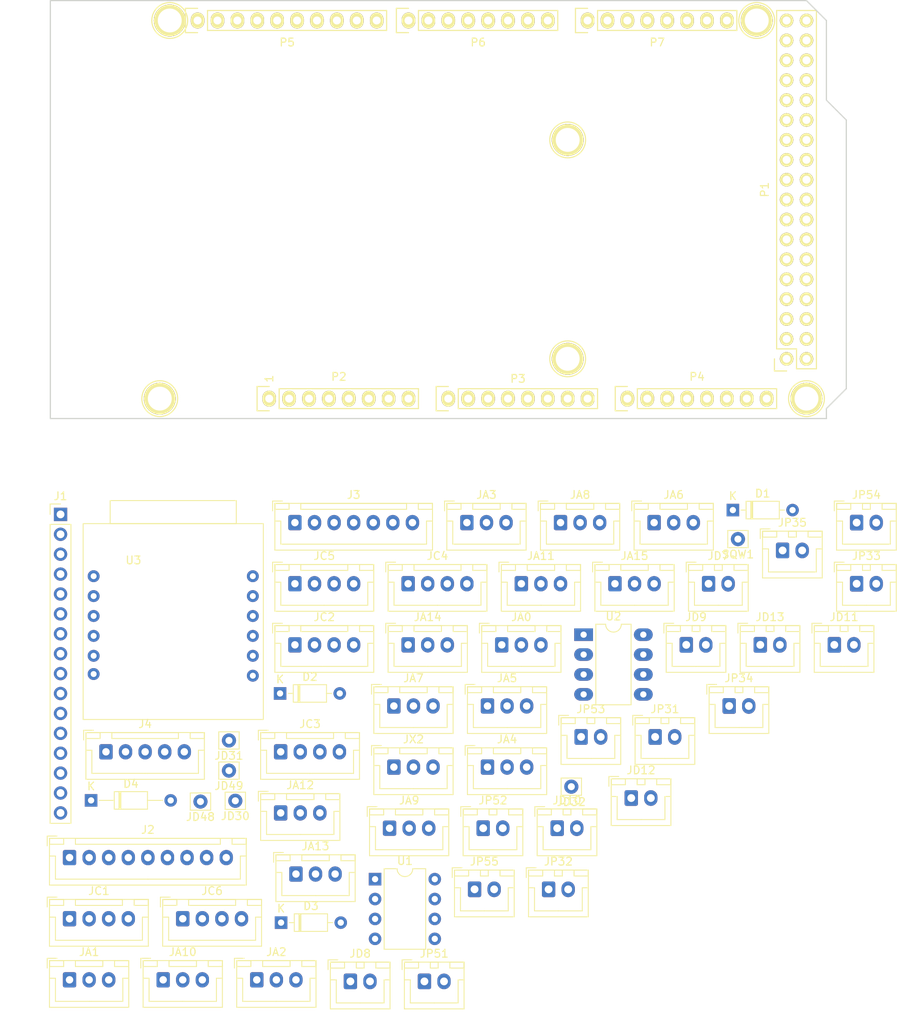
<source format=kicad_pcb>
(kicad_pcb (version 20211014) (generator pcbnew)
  (title_block (date "mar. 31 mars 2015"))
  (layers (0 "F.Cu" signal) (31 "B.Cu" signal) (34 "B.Paste" user) (35 "F.Paste" user) (36 "B.SilkS" user "B.Silkscreen") (37 "F.SilkS" user "F.Silkscreen") (38 "B.Mask" user) (39 "F.Mask" user) (44 "Edge.Cuts" user))
  (net 0 "")
  (net 1 "Net-(D1-Pad2)")
  (net 2 "/52(SCK)")
  (net 3 "/53(SS)")
  (net 4 "/50(MISO)")
  (net 5 "/51(MOSI)")
  (net 6 "/48")
  (net 7 "/49")
  (net 8 "/46")
  (net 9 "/47")
  (net 10 "/44")
  (net 11 "/45")
  (net 12 "/42")
  (net 13 "/43")
  (net 14 "/40")
  (net 15 "/41")
  (net 16 "/38")
  (net 17 "/39")
  (net 18 "/36")
  (net 19 "/37")
  (net 20 "/34")
  (net 21 "/35")
  (net 22 "/32")
  (net 23 "/33")
  (net 24 "/30")
  (net 25 "/31")
  (net 26 "/28")
  (net 27 "/29")
  (net 28 "/26")
  (net 29 "/27")
  (net 30 "/24")
  (net 31 "/25")
  (net 32 "/22")
  (net 33 "/23")
  (net 34 "+5V")
  (net 35 "/IOREF")
  (net 36 "/Reset")
  (net 37 "/Vin")
  (net 38 "/A0")
  (net 39 "/A1")
  (net 40 "/A2")
  (net 41 "/A3")
  (net 42 "/A4")
  (net 43 "/A5")
  (net 44 "/A6")
  (net 45 "/A7")
  (net 46 "/A8")
  (net 47 "/A9")
  (net 48 "/A10")
  (net 49 "/A11")
  (net 50 "/A12")
  (net 51 "/A13")
  (net 52 "/A14")
  (net 53 "/A15")
  (net 54 "Net-(D2-Pad2)")
  (net 55 "Net-(D3-Pad2)")
  (net 56 "/AREF")
  (net 57 "/13(**)")
  (net 58 "/12(**)")
  (net 59 "/11(**)")
  (net 60 "/10(**)")
  (net 61 "/9(**)")
  (net 62 "/8(**)")
  (net 63 "/7(**)")
  (net 64 "/6(**)")
  (net 65 "/5(**)")
  (net 66 "/4(**)")
  (net 67 "/3(**)")
  (net 68 "/2(**)")
  (net 69 "/20(SDA)")
  (net 70 "/21(SCL)")
  (net 71 "Net-(D4-Pad2)")
  (net 72 "SDA")
  (net 73 "/V0")
  (net 74 "SCL")
  (net 78 "+3V3")
  (net 81 "/14(Tx3)")
  (net 82 "/15(Rx3)")
  (net 83 "/16(Tx2)")
  (net 84 "/17(Rx2)")
  (net 85 "/18(Tx1)")
  (net 86 "/19(Rx1)")
  (net 91 "Net-(SQW1-Pad1)")
  (net 92 "Net-(U1-Pad1)")
  (net 93 "Net-(U1-Pad2)")
  (net 94 "Net-(BT1-Pad1)")
  (footprint "Socket_Arduino_Mega:Socket_Strip_Arduino_2x18" (layer "F.Cu") (at 197.358 114.046 90)
    (fp_text reference "P1" (at 21.59 -2.794 90) (layer "F.SilkS"))
    (fp_text value "Digital")
    (pad "1" thru_hole circle locked (at 0 0 90) (size 1.7272 1.7272) (drill 1.016) (layers *.Cu *.Mask "F.SilkS") (net 72 "SDA"))
    (pad "2" thru_hole oval locked (at 0 2.54 90) (size 1.7272 1.7272) (drill 1.016) (layers *.Cu *.Mask "F.SilkS") (net 72 "SDA"))
    (pad "3" thru_hole oval locked (at 2.54 0 90) (size 1.7272 1.7272) (drill 1.016) (layers *.Cu *.Mask "F.SilkS") (net 2 "/52(SCK)"))
    (pad "4" thru_hole oval locked (at 2.54 2.54 90) (size 1.7272 1.7272) (drill 1.016) (layers *.Cu *.Mask "F.SilkS") (net 3 "/53(SS)"))
    (pad "5" thru_hole oval locked (at 5.08 0 90) (size 1.7272 1.7272) (drill 1.016) (layers *.Cu *.Mask "F.SilkS") (net 4 "/50(MISO)"))
    (pad "6" thru_hole oval locked (at 5.08 2.54 90) (size 1.7272 1.7272) (drill 1.016) (layers *.Cu *.Mask "F.SilkS") (net 5 "/51(MOSI)"))
    (pad "7" thru_hole oval locked (at 7.62 0 90) (size 1.7272 1.7272) (drill 1.016) (layers *.Cu *.Mask "F.SilkS") (net 6 "/48"))
    (pad "8" thru_hole oval locked (at 7.62 2.54 90) (size 1.7272 1.7272) (drill 1.016) (layers *.Cu *.Mask "F.SilkS") (net 7 "/49"))
    (pad "9" thru_hole oval locked (at 10.16 0 90) (size 1.7272 1.7272) (drill 1.016) (layers *.Cu *.Mask "F.SilkS") (net 8 "/46"))
    (pad "10" thru_hole oval locked (at 10.16 2.54 90) (size 1.7272 1.7272) (drill 1.016) (layers *.Cu *.Mask "F.SilkS") (net 9 "/47"))
    (pad "11" thru_hole oval locked (at 12.7 0 90) (size 1.7272 1.7272) (drill 1.016) (layers *.Cu *.Mask "F.SilkS") (net 10 "/44"))
    (pad "12" thru_hole oval locked (at 12.7 2.54 90) (size 1.7272 1.7272) (drill 1.016) (layers *.Cu *.Mask "F.SilkS") (net 11 "/45"))
    (pad "13" thru_hole oval locked (at 15.24 0 90) (size 1.7272 1.7272) (drill 1.016) (layers *.Cu *.Mask "F.SilkS") (net 12 "/42"))
    (pad "14" thru_hole oval locked (at 15.24 2.54 90) (size 1.7272 1.7272) (drill 1.016) (layers *.Cu *.Mask "F.SilkS") (net 13 "/43"))
    (pad "15" thru_hole oval locked (at 17.78 0 90) (size 1.7272 1.7272) (drill 1.016) (layers *.Cu *.Mask "F.SilkS") (net 14 "/40"))
    (pad "16" thru_hole oval locked (at 17.78 2.54 90) (size 1.7272 1.7272) (drill 1.016) (layers *.Cu *.Mask "F.SilkS") (net 15 "/41"))
    (pad "17" thru_hole oval locked (at 20.32 0 90) (size 1.7272 1.7272) (drill 1.016) (layers *.Cu *.Mask "F.SilkS") (net 16 "/38"))
    (pad "18" thru_hole oval locked (at 20.32 2.54 90) (size 1.7272 1.7272) (drill 1.016) (layers *.Cu *.Mask "F.SilkS") (net 17 "/39"))
    (pad "19" thru_hole oval locked (at 22.86 0 90) (size 1.7272 1.7272) (drill 1.016) (layers *.Cu *.Mask "F.SilkS") (net 18 "/36"))
    (pad "20" thru_hole oval locked (at 22.86 2.54 90) (size 1.7272 1.7272) (drill 1.016) (layers *.Cu *.Mask "F.SilkS") (net 19 "/37"))
    (pad "21" thru_hole oval locked (at 25.4 0 90) (size 1.7272 1.7272) (drill 1.016) (layers *.Cu *.Mask "F.SilkS") (net 20 "/34"))
    (pad "22" thru_hole oval locked (at 25.4 2.54 90) (size 1.7272 1.7272) (drill 1.016) (layers *.Cu *.Mask "F.SilkS") (net 21 "/35"))
    (pad "23" thru_hole oval locked (at 27.94 0 90) (size 1.7272 1.7272) (drill 1.016) (layers *.Cu *.Mask "F.SilkS") (net 22 "/32"))
    (pad "24" thru_hole oval locked (at 27.94 2.54 90) (size 1.7272 1.7272) (drill 1.016) (layers *.Cu *.Mask "F.SilkS") (net 23 "/33"))
    (pad "25" thru_hole oval locked (at 30.48 0 90) (size 1.7272 1.7272) (drill 1.016) (layers *.Cu *.Mask "F.SilkS") (net 24 "/30"))
    (pad "26" thru_hole oval locked (at 30.48 2.54 90) (size 1.7272 1.7272) (drill 1.016) (layers *.Cu *.Mask "F.SilkS") (net 25 "/31"))
    (pad "27" thru_hole oval locked (at 33.02 0 90) (size 1.7272 1.7272) (drill 1.016) (layers *.Cu *.Mask "F.SilkS") (net 26 "/28"))
    (pad "28" thru_hole oval locked (at 33.02 2.54 90) (size 1.7272 1.7272) (drill 1.016) (layers *.Cu *.Mask "F.SilkS") (net 27 "/29"))
    (pad "29" thru_hole oval locked (at 35.56 0 90) (size 1.7272 1.7272) (drill 1.016) (layers *.Cu *.Mask "F.SilkS") (net 28 "/26"))
    (pad "30" thru_hole oval locked (at 35.56 2.54 90) (size 1.7272 1.7272) (drill 1.016) (layers *.Cu *.Mask "F.SilkS") (net 29 "/27"))
    (pad "31" thru_hole oval locked (at 38.1 0 90) (size 1.7272 1.7272) (drill 1.016) (layers *.Cu *.Mask "F.SilkS") (net 30 "/24"))
    (pad "32" thru_hole oval locked (at 38.1 2.54 90) (size 1.7272 1.7272) (drill 1.016) (layers *.Cu *.Mask "F.SilkS") (net 31 "/25"))
    (pad "33" thru_hole oval locked (at 40.64 0 90) (size 1.7272 1.7272) (drill 1.016) (layers *.Cu *.Mask "F.SilkS") (net 32 "/22"))
    (pad "34" thru_hole oval locked (at 40.64 2.54 90) (size 1.7272 1.7272) (drill 1.016) (layers *.Cu *.Mask "F.SilkS") (net 33 "/23"))
    (pad "35" thru_hole oval locked (at 43.18 0 90) (size 1.7272 1.7272) (drill 1.016) (layers *.Cu *.Mask "F.SilkS") (net 34 "+5V"))
    (pad "36" thru_hole oval locked (at 43.18 2.54 90) (size 1.7272 1.7272) (drill 1.016) (layers *.Cu *.Mask "F.SilkS") (net 34 "+5V"))
  )
  (footprint "Socket_Arduino_Mega:Socket_Strip_Arduino_1x08" (layer "F.Cu") (at 131.318 119.126)
    (fp_text reference "P2" (at 8.89 -2.794) (layer "F.SilkS"))
    (fp_text value "Power")
    (pad "1" thru_hole oval locked (at 0 0) (size 1.7272 2.032) (drill 1.016) (layers *.Cu *.Mask "F.SilkS"))
    (pad "2" thru_hole oval locked (at 2.54 0) (size 1.7272 2.032) (drill 1.016) (layers *.Cu *.Mask "F.SilkS") (net 35 "/IOREF"))
    (pad "3" thru_hole oval locked (at 5.08 0) (size 1.7272 2.032) (drill 1.016) (layers *.Cu *.Mask "F.SilkS") (net 36 "/Reset"))
    (pad "4" thru_hole oval locked (at 7.62 0) (size 1.7272 2.032) (drill 1.016) (layers *.Cu *.Mask "F.SilkS") (net 78 "+3V3"))
    (pad "5" thru_hole oval locked (at 10.16 0) (size 1.7272 2.032) (drill 1.016) (layers *.Cu *.Mask "F.SilkS") (net 34 "+5V"))
    (pad "6" thru_hole oval locked (at 12.7 0) (size 1.7272 2.032) (drill 1.016) (layers *.Cu *.Mask "F.SilkS") (net 72 "SDA"))
    (pad "7" thru_hole oval locked (at 15.24 0) (size 1.7272 2.032) (drill 1.016) (layers *.Cu *.Mask "F.SilkS") (net 72 "SDA"))
    (pad "8" thru_hole oval locked (at 17.78 0) (size 1.7272 2.032) (drill 1.016) (layers *.Cu *.Mask "F.SilkS") (net 37 "/Vin"))
  )
  (footprint "Socket_Arduino_Mega:Socket_Strip_Arduino_1x08" (layer "F.Cu") (at 154.178 119.126)
    (fp_text reference "P3" (at 8.89 -2.54) (layer "F.SilkS"))
    (fp_text value "Analog")
    (pad "1" thru_hole oval locked (at 0 0) (size 1.7272 2.032) (drill 1.016) (layers *.Cu *.Mask "F.SilkS") (net 38 "/A0"))
    (pad "2" thru_hole oval locked (at 2.54 0) (size 1.7272 2.032) (drill 1.016) (layers *.Cu *.Mask "F.SilkS") (net 39 "/A1"))
    (pad "3" thru_hole oval locked (at 5.08 0) (size 1.7272 2.032) (drill 1.016) (layers *.Cu *.Mask "F.SilkS") (net 40 "/A2"))
    (pad "4" thru_hole oval locked (at 7.62 0) (size 1.7272 2.032) (drill 1.016) (layers *.Cu *.Mask "F.SilkS") (net 41 "/A3"))
    (pad "5" thru_hole oval locked (at 10.16 0) (size 1.7272 2.032) (drill 1.016) (layers *.Cu *.Mask "F.SilkS") (net 42 "/A4"))
    (pad "6" thru_hole oval locked (at 12.7 0) (size 1.7272 2.032) (drill 1.016) (layers *.Cu *.Mask "F.SilkS") (net 43 "/A5"))
    (pad "7" thru_hole oval locked (at 15.24 0) (size 1.7272 2.032) (drill 1.016) (layers *.Cu *.Mask "F.SilkS") (net 44 "/A6"))
    (pad "8" thru_hole oval locked (at 17.78 0) (size 1.7272 2.032) (drill 1.016) (layers *.Cu *.Mask "F.SilkS") (net 45 "/A7"))
  )
  (footprint "Socket_Arduino_Mega:Socket_Strip_Arduino_1x08" (layer "F.Cu") (at 177.038 119.126)
    (fp_text reference "P4" (at 8.89 -2.794) (layer "F.SilkS"))
    (fp_text value "Analog")
    (pad "1" thru_hole oval locked (at 0 0) (size 1.7272 2.032) (drill 1.016) (layers *.Cu *.Mask "F.SilkS") (net 46 "/A8"))
    (pad "2" thru_hole oval locked (at 2.54 0) (size 1.7272 2.032) (drill 1.016) (layers *.Cu *.Mask "F.SilkS") (net 47 "/A9"))
    (pad "3" thru_hole oval locked (at 5.08 0) (size 1.7272 2.032) (drill 1.016) (layers *.Cu *.Mask "F.SilkS") (net 48 "/A10"))
    (pad "4" thru_hole oval locked (at 7.62 0) (size 1.7272 2.032) (drill 1.016) (layers *.Cu *.Mask "F.SilkS") (net 49 "/A11"))
    (pad "5" thru_hole oval locked (at 10.16 0) (size 1.7272 2.032) (drill 1.016) (layers *.Cu *.Mask "F.SilkS") (net 50 "/A12"))
    (pad "6" thru_hole oval locked (at 12.7 0) (size 1.7272 2.032) (drill 1.016) (layers *.Cu *.Mask "F.SilkS") (net 51 "/A13"))
    (pad "7" thru_hole oval locked (at 15.24 0) (size 1.7272 2.032) (drill 1.016) (layers *.Cu *.Mask "F.SilkS") (net 52 "/A14"))
    (pad "8" thru_hole oval locked (at 17.78 0) (size 1.7272 2.032) (drill 1.016) (layers *.Cu *.Mask "F.SilkS") (net 53 "/A15"))
  )
  (footprint "Socket_Arduino_Mega:Socket_Strip_Arduino_1x10" (layer "F.Cu") (at 122.174 70.866)
    (fp_text reference "P5" (at 11.43 2.794) (layer "F.SilkS"))
    (fp_text value "PWM")
    (pad "1" thru_hole oval locked (at 0 0) (size 1.7272 2.032) (drill 1.016) (layers *.Cu *.Mask "F.SilkS") (net 74 "SCL"))
    (pad "2" thru_hole oval locked (at 2.54 0) (size 1.7272 2.032) (drill 1.016) (layers *.Cu *.Mask "F.SilkS") (net 72 "SDA"))
    (pad "3" thru_hole oval locked (at 5.08 0) (size 1.7272 2.032) (drill 1.016) (layers *.Cu *.Mask "F.SilkS") (net 56 "/AREF"))
    (pad "4" thru_hole oval locked (at 7.62 0) (size 1.7272 2.032) (drill 1.016) (layers *.Cu *.Mask "F.SilkS") (net 72 "SDA"))
    (pad "5" thru_hole oval locked (at 10.16 0) (size 1.7272 2.032) (drill 1.016) (layers *.Cu *.Mask "F.SilkS") (net 57 "/13(**)"))
    (pad "6" thru_hole oval locked (at 12.7 0) (size 1.7272 2.032) (drill 1.016) (layers *.Cu *.Mask "F.SilkS") (net 58 "/12(**)"))
    (pad "7" thru_hole oval locked (at 15.24 0) (size 1.7272 2.032) (drill 1.016) (layers *.Cu *.Mask "F.SilkS") (net 59 "/11(**)"))
    (pad "8" thru_hole oval locked (at 17.78 0) (size 1.7272 2.032) (drill 1.016) (layers *.Cu *.Mask "F.SilkS") (net 60 "/10(**)"))
    (pad "9" thru_hole oval locked (at 20.32 0) (size 1.7272 2.032) (drill 1.016) (layers *.Cu *.Mask "F.SilkS") (net 61 "/9(**)"))
    (pad "10" thru_hole oval locked (at 22.86 0) (size 1.7272 2.032) (drill 1.016) (layers *.Cu *.Mask "F.SilkS") (net 62 "/8(**)"))
  )
  (footprint "Socket_Arduino_Mega:Socket_Strip_Arduino_1x08" (layer "F.Cu") (at 149.098 70.866)
    (fp_text reference "P6" (at 8.89 2.794) (layer "F.SilkS"))
    (fp_text value "PWM")
    (pad "1" thru_hole oval locked (at 0 0) (size 1.7272 2.032) (drill 1.016) (layers *.Cu *.Mask "F.SilkS") (net 63 "/7(**)"))
    (pad "2" thru_hole oval locked (at 2.54 0) (size 1.7272 2.032) (drill 1.016) (layers *.Cu *.Mask "F.SilkS") (net 64 "/6(**)"))
    (pad "3" thru_hole oval locked (at 5.08 0) (size 1.7272 2.032) (drill 1.016) (layers *.Cu *.Mask "F.SilkS") (net 65 "/5(**)"))
    (pad "4" thru_hole oval locked (at 7.62 0) (size 1.7272 2.032) (drill 1.016) (layers *.Cu *.Mask "F.SilkS") (net 66 "/4(**)"))
    (pad "5" thru_hole oval locked (at 10.16 0) (size 1.7272 2.032) (drill 1.016) (layers *.Cu *.Mask "F.SilkS") (net 67 "/3(**)"))
    (pad "6" thru_hole oval locked (at 12.7 0) (size 1.7272 2.032) (drill 1.016) (layers *.Cu *.Mask "F.SilkS") (net 68 "/2(**)"))
    (pad "7" thru_hole oval locked (at 15.24 0) (size 1.7272 2.032) (drill 1.016) (layers *.Cu *.Mask "F.SilkS"))
    (pad "8" thru_hole oval locked (at 17.78 0) (size 1.7272 2.032) (drill 1.016) (layers *.Cu *.Mask "F.SilkS"))
  )
  (footprint "Socket_Arduino_Mega:Socket_Strip_Arduino_1x08" (layer "F.Cu") (at 171.958 70.866)
    (fp_text reference "P7" (at 8.89 2.794) (layer "F.SilkS"))
    (fp_text value "Communication")
    (pad "1" thru_hole oval locked (at 0 0) (size 1.7272 2.032) (drill 1.016) (layers *.Cu *.Mask "F.SilkS") (net 81 "/14(Tx3)"))
    (pad "2" thru_hole oval locked (at 2.54 0) (size 1.7272 2.032) (drill 1.016) (layers *.Cu *.Mask "F.SilkS") (net 82 "/15(Rx3)"))
    (pad "3" thru_hole oval locked (at 5.08 0) (size 1.7272 2.032) (drill 1.016) (layers *.Cu *.Mask "F.SilkS") (net 83 "/16(Tx2)"))
    (pad "4" thru_hole oval locked (at 7.62 0) (size 1.7272 2.032) (drill 1.016) (layers *.Cu *.Mask "F.SilkS") (net 84 "/17(Rx2)"))
    (pad "5" thru_hole oval locked (at 10.16 0) (size 1.7272 2.032) (drill 1.016) (layers *.Cu *.Mask "F.SilkS") (net 85 "/18(Tx1)"))
    (pad "6" thru_hole oval locked (at 12.7 0) (size 1.7272 2.032) (drill 1.016) (layers *.Cu *.Mask "F.SilkS") (net 86 "/19(Rx1)"))
    (pad "7" thru_hole oval locked (at 15.24 0) (size 1.7272 2.032) (drill 1.016) (layers *.Cu *.Mask "F.SilkS") (net 69 "/20(SDA)"))
    (pad "8" thru_hole oval locked (at 17.78 0) (size 1.7272 2.032) (drill 1.016) (layers *.Cu *.Mask "F.SilkS") (net 70 "/21(SCL)"))
  )
  (footprint "Socket_Arduino_Mega:Arduino_1pin" (layer "F.Cu") (at 117.348 119.126)
    (fp_text reference "P8" hide)
    (fp_text value "CONN_01X01" hide)
    (pad "1" thru_hole circle locked (at 0 0) (size 4.064 4.064) (drill 3.048) (layers *.Cu *.Mask "F.SilkS"))
  )
  (footprint "Socket_Arduino_Mega:Arduino_1pin" (layer "F.Cu") (at 169.418 114.046)
    (fp_text reference "P9" hide)
    (fp_text value "CONN_01X01" hide)
    (pad "1" thru_hole circle locked (at 0 0) (size 4.064 4.064) (drill 3.048) (layers *.Cu *.Mask "F.SilkS"))
  )
  (footprint "Socket_Arduino_Mega:Arduino_1pin" (layer "F.Cu") (at 199.898 119.126)
    (fp_text reference "P10" hide)
    (fp_text value "CONN_01X01" hide)
    (pad "1" thru_hole circle locked (at 0 0) (size 4.064 4.064) (drill 3.048) (layers *.Cu *.Mask "F.SilkS"))
  )
  (footprint "Socket_Arduino_Mega:Arduino_1pin" (layer "F.Cu") (at 118.618 70.866)
    (fp_text reference "P11" hide)
    (fp_text value "CONN_01X01" hide)
    (pad "1" thru_hole circle locked (at 0 0) (size 4.064 4.064) (drill 3.048) (layers *.Cu *.Mask "F.SilkS"))
  )
  (footprint "Socket_Arduino_Mega:Arduino_1pin" (layer "F.Cu") (at 169.418 86.106)
    (fp_text reference "P12" hide)
    (fp_text value "CONN_01X01" hide)
    (pad "1" thru_hole circle locked (at 0 0) (size 4.064 4.064) (drill 3.048) (layers *.Cu *.Mask "F.SilkS"))
  )
  (footprint "Socket_Arduino_Mega:Arduino_1pin" (layer "F.Cu") (at 193.548 70.866)
    (fp_text reference "P13" hide)
    (fp_text value "CONN_01X01" hide)
    (pad "1" thru_hole circle locked (at 0 0) (size 4.064 4.064) (drill 3.048) (layers *.Cu *.Mask "F.SilkS"))
  )
  (footprint "Connector_JST:JST_XH_B3B-XH-A_1x03_P2.50mm_Vertical" (layer "F.Cu") (at 129.73 193.3)
    (fp_text reference "JA2" (at 2.5 -3.55) (layer "F.SilkS"))
    (fp_text value "Conn_01x03")
    (pad "1" thru_hole roundrect (at 0 0) (size 1.7 1.95) (drill 0.95) (layers *.Cu *.Mask) (roundrect_rratio 0.147059) (net 72 "SDA"))
    (pad "2" thru_hole oval (at 2.5 0) (size 1.7 1.95) (drill 0.95) (layers *.Cu *.Mask) (net 40 "/A2"))
    (pad "3" thru_hole oval (at 5 0) (size 1.7 1.95) (drill 0.95) (layers *.Cu *.Mask) (net 34 "+5V"))
  )
  (footprint "Connector_JST:JST_XH_B3B-XH-A_1x03_P2.50mm_Vertical" (layer "F.Cu") (at 156.55 134.95)
    (fp_text reference "JA3" (at 2.5 -3.55) (layer "F.SilkS"))
    (fp_text value "Conn_01x03")
    (pad "1" thru_hole roundrect (at 0 0) (size 1.7 1.95) (drill 0.95) (layers *.Cu *.Mask) (roundrect_rratio 0.147059) (net 72 "SDA"))
    (pad "2" thru_hole oval (at 2.5 0) (size 1.7 1.95) (drill 0.95) (layers *.Cu *.Mask) (net 41 "/A3"))
    (pad "3" thru_hole oval (at 5 0) (size 1.7 1.95) (drill 0.95) (layers *.Cu *.Mask) (net 34 "+5V"))
  )
  (footprint "Connector_JST:JST_XH_B3B-XH-A_1x03_P2.50mm_Vertical" (layer "F.Cu") (at 175.45 142.75)
    (fp_text reference "JA15" (at 2.5 -3.55) (layer "F.SilkS"))
    (fp_text value "Conn_01x03")
    (pad "1" thru_hole roundrect (at 0 0) (size 1.7 1.95) (drill 0.95) (layers *.Cu *.Mask) (roundrect_rratio 0.147059) (net 72 "SDA"))
    (pad "2" thru_hole oval (at 2.5 0) (size 1.7 1.95) (drill 0.95) (layers *.Cu *.Mask) (net 53 "/A15"))
    (pad "3" thru_hole oval (at 5 0) (size 1.7 1.95) (drill 0.95) (layers *.Cu *.Mask) (net 34 "+5V"))
  )
  (footprint "Diode_THT:D_DO-35_SOD27_P7.62mm_Horizontal" (layer "F.Cu") (at 132.7 156.75)
    (fp_text reference "D2" (at 3.81 -2.12) (layer "F.SilkS"))
    (fp_text value "1N4148")
    (fp_text user "K" (at 0 -1.8) (layer "F.SilkS"))
    (pad "1" thru_hole rect (at 0 0) (size 1.6 1.6) (drill 0.8) (layers *.Cu *.Mask) (net 81 "/14(Tx3)"))
    (pad "2" thru_hole oval (at 7.62 0) (size 1.6 1.6) (drill 0.8) (layers *.Cu *.Mask) (net 54 "Net-(D2-Pad2)"))
  )
  (footprint "Connector_JST:JST_XH_B2B-XH-A_1x02_P2.50mm_Vertical" (layer "F.Cu") (at 206.3 142.75)
    (fp_text reference "JP33" (at 1.25 -3.55) (layer "F.SilkS"))
    (fp_text value "Conn_01x02")
    (pad "1" thru_hole roundrect (at 0 0) (size 1.7 2) (drill 1) (layers *.Cu *.Mask) (roundrect_rratio 0.147059) (net 72 "SDA"))
    (pad "2" thru_hole oval (at 2.5 0) (size 1.7 2) (drill 1) (layers *.Cu *.Mask) (net 78 "+3V3"))
  )
  (footprint "Connector_JST:JST_XH_B5B-XH-A_1x05_P2.50mm_Vertical" (layer "F.Cu") (at 110.48 164.2)
    (fp_text reference "J4" (at 5 -3.55) (layer "F.SilkS"))
    (fp_text value "GPS")
    (pad "1" thru_hole roundrect (at 0 0) (size 1.7 1.95) (drill 0.95) (layers *.Cu *.Mask) (roundrect_rratio 0.147059) (net 66 "/4(**)"))
    (pad "2" thru_hole oval (at 2.5 0) (size 1.7 1.95) (drill 0.95) (layers *.Cu *.Mask) (net 54 "Net-(D2-Pad2)"))
    (pad "3" thru_hole oval (at 5 0) (size 1.7 1.95) (drill 0.95) (layers *.Cu *.Mask) (net 82 "/15(Rx3)"))
    (pad "4" thru_hole oval (at 7.5 0) (size 1.7 1.95) (drill 0.95) (layers *.Cu *.Mask) (net 72 "SDA"))
    (pad "5" thru_hole oval (at 10 0) (size 1.7 1.95) (drill 0.95) (layers *.Cu *.Mask) (net 34 "+5V"))
  )
  (footprint "Connector_JST:JST_XH_B3B-XH-A_1x03_P2.50mm_Vertical" (layer "F.Cu") (at 147.23 166.15)
    (fp_text reference "JX2" (at 2.5 -3.55) (layer "F.SilkS"))
    (fp_text value "Conn_01x03")
    (pad "1" thru_hole roundrect (at 0 0) (size 1.7 1.95) (drill 0.95) (layers *.Cu *.Mask) (roundrect_rratio 0.147059) (net 72 "SDA"))
    (pad "2" thru_hole oval (at 2.5 0) (size 1.7 1.95) (drill 0.95) (layers *.Cu *.Mask) (net 83 "/16(Tx2)"))
    (pad "3" thru_hole oval (at 5 0) (size 1.7 1.95) (drill 0.95) (layers *.Cu *.Mask) (net 84 "/17(Rx2)"))
  )
  (footprint "Connector_JST:JST_XH_B4B-XH-A_1x04_P2.50mm_Vertical" (layer "F.Cu") (at 134.6 142.75)
    (fp_text reference "JC5" (at 3.75 -3.55) (layer "F.SilkS"))
    (fp_text value "Conn_01x04")
    (pad "1" thru_hole roundrect (at 0 0) (size 1.7 1.95) (drill 0.95) (layers *.Cu *.Mask) (roundrect_rratio 0.147059) (net 72 "SDA"))
    (pad "2" thru_hole oval (at 2.5 0) (size 1.7 1.95) (drill 0.95) (layers *.Cu *.Mask) (net 34 "+5V"))
    (pad "3" thru_hole oval (at 5 0) (size 1.7 1.95) (drill 0.95) (layers *.Cu *.Mask) (net 72 "SDA"))
    (pad "4" thru_hole oval (at 7.5 0) (size 1.7 1.95) (drill 0.95) (layers *.Cu *.Mask) (net 74 "SCL"))
  )
  (footprint "Connector_JST:JST_XH_B2B-XH-A_1x02_P2.50mm_Vertical" (layer "F.Cu") (at 206.3 134.95)
    (fp_text reference "JP54" (at 1.25 -3.55) (layer "F.SilkS"))
    (fp_text value "Conn_01x02")
    (pad "1" thru_hole roundrect (at 0 0) (size 1.7 2) (drill 1) (layers *.Cu *.Mask) (roundrect_rratio 0.147059) (net 72 "SDA"))
    (pad "2" thru_hole oval (at 2.5 0) (size 1.7 2) (drill 1) (layers *.Cu *.Mask) (net 34 "+5V"))
  )
  (footprint "Connector_JST:JST_XH_B2B-XH-A_1x02_P2.50mm_Vertical" (layer "F.Cu") (at 141.68 193.5)
    (fp_text reference "JD8" (at 1.25 -3.55) (layer "F.SilkS"))
    (fp_text value "Conn_01x02")
    (pad "1" thru_hole roundrect (at 0 0) (size 1.7 2) (drill 1) (layers *.Cu *.Mask) (roundrect_rratio 0.147059) (net 72 "SDA"))
    (pad "2" thru_hole oval (at 2.5 0) (size 1.7 2) (drill 1) (layers *.Cu *.Mask) (net 62 "/8(**)"))
  )
  (footprint "Connector_JST:JST_XH_B4B-XH-A_1x04_P2.50mm_Vertical" (layer "F.Cu") (at 105.83 185.5)
    (fp_text reference "JC1" (at 3.75 -3.55) (layer "F.SilkS"))
    (fp_text value "Conn_01x04")
    (pad "1" thru_hole roundrect (at 0 0) (size 1.7 1.95) (drill 0.95) (layers *.Cu *.Mask) (roundrect_rratio 0.147059) (net 72 "SDA"))
    (pad "2" thru_hole oval (at 2.5 0) (size 1.7 1.95) (drill 0.95) (layers *.Cu *.Mask) (net 34 "+5V"))
    (pad "3" thru_hole oval (at 5 0) (size 1.7 1.95) (drill 0.95) (layers *.Cu *.Mask) (net 72 "SDA"))
    (pad "4" thru_hole oval (at 7.5 0) (size 1.7 1.95) (drill 0.95) (layers *.Cu *.Mask) (net 74 "SCL"))
  )
  (footprint "Connector_JST:JST_XH_B2B-XH-A_1x02_P2.50mm_Vertical" (layer "F.Cu") (at 168.08 173.95)
    (fp_text reference "JD10" (at 1.25 -3.55) (layer "F.SilkS"))
    (fp_text value "Conn_01x02")
    (pad "1" thru_hole roundrect (at 0 0) (size 1.7 2) (drill 1) (layers *.Cu *.Mask) (roundrect_rratio 0.147059) (net 72 "SDA"))
    (pad "2" thru_hole oval (at 2.5 0) (size 1.7 2) (drill 1) (layers *.Cu *.Mask) (net 60 "/10(**)"))
  )
  (footprint "Connector_JST:JST_XH_B3B-XH-A_1x03_P2.50mm_Vertical" (layer "F.Cu") (at 149.05 150.55)
    (fp_text reference "JA14" (at 2.5 -3.55) (layer "F.SilkS"))
    (fp_text value "Conn_01x03")
    (pad "1" thru_hole roundrect (at 0 0) (size 1.7 1.95) (drill 0.95) (layers *.Cu *.Mask) (roundrect_rratio 0.147059) (net 72 "SDA"))
    (pad "2" thru_hole oval (at 2.5 0) (size 1.7 1.95) (drill 0.95) (layers *.Cu *.Mask) (net 52 "/A14"))
    (pad "3" thru_hole oval (at 5 0) (size 1.7 1.95) (drill 0.95) (layers *.Cu *.Mask) (net 34 "+5V"))
  )
  (footprint "Connector_JST:JST_XH_B2B-XH-A_1x02_P2.50mm_Vertical" (layer "F.Cu") (at 184.55 150.55)
    (fp_text reference "JD9" (at 1.25 -3.55) (layer "F.SilkS"))
    (fp_text value "Conn_01x02")
    (pad "1" thru_hole roundrect (at 0 0) (size 1.7 2) (drill 1) (layers *.Cu *.Mask) (roundrect_rratio 0.147059) (net 72 "SDA"))
    (pad "2" thru_hole oval (at 2.5 0) (size 1.7 2) (drill 1) (layers *.Cu *.Mask) (net 61 "/9(**)"))
  )
  (footprint "Connector_JST:JST_XH_B3B-XH-A_1x03_P2.50mm_Vertical" (layer "F.Cu") (at 146.68 173.95)
    (fp_text reference "JA9" (at 2.5 -3.55) (layer "F.SilkS"))
    (fp_text value "Conn_01x03")
    (pad "1" thru_hole roundrect (at 0 0) (size 1.7 1.95) (drill 0.95) (layers *.Cu *.Mask) (roundrect_rratio 0.147059) (net 72 "SDA"))
    (pad "2" thru_hole oval (at 2.5 0) (size 1.7 1.95) (drill 0.95) (layers *.Cu *.Mask) (net 47 "/A9"))
    (pad "3" thru_hole oval (at 5 0) (size 1.7 1.95) (drill 0.95) (layers *.Cu *.Mask) (net 34 "+5V"))
  )
  (footprint "Connector_JST:JST_XH_B7B-XH-A_1x07_P2.50mm_Vertical" (layer "F.Cu") (at 134.6 134.95)
    (fp_text reference "J3" (at 7.5 -3.55) (layer "F.SilkS"))
    (fp_text value "iM920")
    (pad "1" thru_hole roundrect (at 0 0) (size 1.7 1.95) (drill 0.95) (layers *.Cu *.Mask) (roundrect_rratio 0.147059) (net 1 "Net-(D1-Pad2)"))
    (pad "2" thru_hole oval (at 2.5 0) (size 1.7 1.95) (drill 0.95) (layers *.Cu *.Mask) (net 68 "/2(**)"))
    (pad "3" thru_hole oval (at 5 0) (size 1.7 1.95) (drill 0.95) (layers *.Cu *.Mask) (net 72 "SDA"))
    (pad "4" thru_hole oval (at 7.5 0) (size 1.7 1.95) (drill 0.95) (layers *.Cu *.Mask) (net 78 "+3V3"))
    (pad "5" thru_hole oval (at 10 0) (size 1.7 1.95) (drill 0.95) (layers *.Cu *.Mask) (net 86 "/19(Rx1)"))
    (pad "6" thru_hole oval (at 12.5 0) (size 1.7 1.95) (drill 0.95) (layers *.Cu *.Mask) (net 55 "Net-(D3-Pad2)"))
    (pad "7" thru_hole oval (at 15 0) (size 1.7 1.95) (drill 0.95) (layers *.Cu *.Mask) (net 65 "/5(**)"))
  )
  (footprint "Connector_JST:JST_XH_B3B-XH-A_1x03_P2.50mm_Vertical" (layer "F.Cu") (at 168.5 134.95)
    (fp_text reference "JA8" (at 2.5 -3.55) (layer "F.SilkS"))
    (fp_text value "Conn_01x03")
    (pad "1" thru_hole roundrect (at 0 0) (size 1.7 1.95) (drill 0.95) (layers *.Cu *.Mask) (roundrect_rratio 0.147059) (net 72 "SDA"))
    (pad "2" thru_hole oval (at 2.5 0) (size 1.7 1.95) (drill 0.95) (layers *.Cu *.Mask) (net 46 "/A8"))
    (pad "3" thru_hole oval (at 5 0) (size 1.7 1.95) (drill 0.95) (layers *.Cu *.Mask) (net 34 "+5V"))
  )
  (footprint "Connector_JST:JST_XH_B3B-XH-A_1x03_P2.50mm_Vertical" (layer "F.Cu") (at 161 150.55)
    (fp_text reference "JA0" (at 2.5 -3.55) (layer "F.SilkS"))
    (fp_text value "Conn_01x03")
    (pad "1" thru_hole roundrect (at 0 0) (size 1.7 1.95) (drill 0.95) (layers *.Cu *.Mask) (roundrect_rratio 0.147059) (net 72 "SDA"))
    (pad "2" thru_hole oval (at 2.5 0) (size 1.7 1.95) (drill 0.95) (layers *.Cu *.Mask) (net 38 "/A0"))
    (pad "3" thru_hole oval (at 5 0) (size 1.7 1.95) (drill 0.95) (layers *.Cu *.Mask) (net 34 "+5V"))
  )
  (footprint "Connector_JST:JST_XH_B2B-XH-A_1x02_P2.50mm_Vertical" (layer "F.Cu") (at 166.98 181.75)
    (fp_text reference "JP32" (at 1.25 -3.55) (layer "F.SilkS"))
    (fp_text value "Conn_01x02")
    (pad "1" thru_hole roundrect (at 0 0) (size 1.7 2) (drill 1) (layers *.Cu *.Mask) (roundrect_rratio 0.147059) (net 72 "SDA"))
    (pad "2" thru_hole oval (at 2.5 0) (size 1.7 2) (drill 1) (layers *.Cu *.Mask) (net 78 "+3V3"))
  )
  (footprint "Connector_JST:JST_XH_B3B-XH-A_1x03_P2.50mm_Vertical" (layer "F.Cu") (at 147.23 158.35)
    (fp_text reference "JA7" (at 2.5 -3.55) (layer "F.SilkS"))
    (fp_text value "Conn_01x03")
    (pad "1" thru_hole roundrect (at 0 0) (size 1.7 1.95) (drill 0.95) (layers *.Cu *.Mask) (roundrect_rratio 0.147059) (net 72 "SDA"))
    (pad "2" thru_hole oval (at 2.5 0) (size 1.7 1.95) (drill 0.95) (layers *.Cu *.Mask) (net 45 "/A7"))
    (pad "3" thru_hole oval (at 5 0) (size 1.7 1.95) (drill 0.95) (layers *.Cu *.Mask) (net 34 "+5V"))
  )
  (footprint "Connector_Pin:Pin_D0.9mm_L10.0mm_W2.4mm_FlatFork" (layer "F.Cu") (at 126.18 166.6)
    (fp_text reference "JD49" (at 0 1.95) (layer "F.SilkS"))
    (fp_text value "Conn_01x01")
    (pad "1" thru_hole circle (at 0 0) (size 1.8 1.8) (drill 0.9) (layers *.Cu *.Mask) (net 7 "/49"))
  )
  (footprint "Connector_JST:JST_XH_B2B-XH-A_1x02_P2.50mm_Vertical" (layer "F.Cu") (at 190.03 158.35)
    (fp_text reference "JP34" (at 1.25 -3.55) (layer "F.SilkS"))
    (fp_text value "Conn_01x02")
    (pad "1" thru_hole roundrect (at 0 0) (size 1.7 2) (drill 1) (layers *.Cu *.Mask) (roundrect_rratio 0.147059) (net 72 "SDA"))
    (pad "2" thru_hole oval (at 2.5 0) (size 1.7 2) (drill 1) (layers *.Cu *.Mask) (net 78 "+3V3"))
  )
  (footprint "Diode_THT:D_DO-35_SOD27_P7.62mm_Horizontal" (layer "F.Cu") (at 190.5 133.35)
    (fp_text reference "D1" (at 3.81 -2.12) (layer "F.SilkS"))
    (fp_text value "1N4148")
    (fp_text user "K" (at 0 -1.8) (layer "F.SilkS"))
    (pad "1" thru_hole rect (at 0 0) (size 1.6 1.6) (drill 0.8) (layers *.Cu *.Mask) (net 64 "/6(**)"))
    (pad "2" thru_hole oval (at 7.62 0) (size 1.6 1.6) (drill 0.8) (layers *.Cu *.Mask) (net 1 "Net-(D1-Pad2)"))
  )
  (footprint "Connector_JST:JST_XH_B2B-XH-A_1x02_P2.50mm_Vertical" (layer "F.Cu") (at 177.53 170.1)
    (fp_text reference "JD12" (at 1.25 -3.55) (layer "F.SilkS"))
    (fp_text value "Conn_01x02")
    (pad "1" thru_hole roundrect (at 0 0) (size 1.7 2) (drill 1) (layers *.Cu *.Mask) (roundrect_rratio 0.147059) (net 72 "SDA"))
    (pad "2" thru_hole oval (at 2.5 0) (size 1.7 2) (drill 1) (layers *.Cu *.Mask) (net 58 "/12(**)"))
  )
  (footprint "Connector_PinHeader_2.54mm:PinHeader_1x16_P2.54mm_Vertical" (layer "F.Cu") (at 104.68 133.9)
    (fp_text reference "J1" (at 0 -2.33) (layer "F.SilkS"))
    (fp_text value "LCD 2004")
    (pad "1" thru_hole rect (at 0 0) (size 1.7 1.7) (drill 1) (layers *.Cu *.Mask) (net 72 "SDA"))
    (pad "2" thru_hole oval (at 0 2.54) (size 1.7 1.7) (drill 1) (layers *.Cu *.Mask) (net 34 "+5V"))
    (pad "3" thru_hole oval (at 0 5.08) (size 1.7 1.7) (drill 1) (layers *.Cu *.Mask) (net 73 "/V0"))
    (pad "4" thru_hole oval (at 0 7.62) (size 1.7 1.7) (drill 1) (layers *.Cu *.Mask) (net 19 "/37"))
    (pad "5" thru_hole oval (at 0 10.16) (size 1.7 1.7) (drill 1) (layers *.Cu *.Mask) (net 16 "/38"))
    (pad "6" thru_hole oval (at 0 12.7) (size 1.7 1.7) (drill 1) (layers *.Cu *.Mask) (net 17 "/39"))
    (pad "7" thru_hole oval (at 0 15.24) (size 1.7 1.7) (drill 1) (layers *.Cu *.Mask) (net 14 "/40"))
    (pad "8" thru_hole oval (at 0 17.78) (size 1.7 1.7) (drill 1) (layers *.Cu *.Mask) (net 15 "/41"))
    (pad "9" thru_hole oval (at 0 20.32) (size 1.7 1.7) (drill 1) (layers *.Cu *.Mask) (net 12 "/42"))
    (pad "10" thru_hole oval (at 0 22.86) (size 1.7 1.7) (drill 1) (layers *.Cu *.Mask) (net 13 "/43"))
    (pad "11" thru_hole oval (at 0 25.4) (size 1.7 1.7) (drill 1) (layers *.Cu *.Mask) (net 10 "/44"))
    (pad "12" thru_hole oval (at 0 27.94) (size 1.7 1.7) (drill 1) (layers *.Cu *.Mask) (net 11 "/45"))
    (pad "13" thru_hole oval (at 0 30.48) (size 1.7 1.7) (drill 1) (layers *.Cu *.Mask) (net 8 "/46"))
    (pad "14" thru_hole oval (at 0 33.02) (size 1.7 1.7) (drill 1) (layers *.Cu *.Mask) (net 9 "/47"))
    (pad "15" thru_hole oval (at 0 35.56) (size 1.7 1.7) (drill 1) (layers *.Cu *.Mask) (net 34 "+5V"))
    (pad "16" thru_hole oval (at 0 38.1) (size 1.7 1.7) (drill 1) (layers *.Cu *.Mask) (net 72 "SDA"))
  )
  (footprint "Connector_JST:JST_XH_B3B-XH-A_1x03_P2.50mm_Vertical" (layer "F.Cu") (at 159.18 166.15)
    (fp_text reference "JA4" (at 2.5 -3.55) (layer "F.SilkS"))
    (fp_text value "Conn_01x03")
    (pad "1" thru_hole roundrect (at 0 0) (size 1.7 1.95) (drill 0.95) (layers *.Cu *.Mask) (roundrect_rratio 0.147059) (net 72 "SDA"))
    (pad "2" thru_hole oval (at 2.5 0) (size 1.7 1.95) (drill 0.95) (layers *.Cu *.Mask) (net 42 "/A4"))
    (pad "3" thru_hole oval (at 5 0) (size 1.7 1.95) (drill 0.95) (layers *.Cu *.Mask) (net 34 "+5V"))
  )
  (footprint "Connector_JST:JST_XH_B4B-XH-A_1x04_P2.50mm_Vertical" (layer "F.Cu") (at 132.78 164.2)
    (fp_text reference "JC3" (at 3.75 -3.55) (layer "F.SilkS"))
    (fp_text value "Conn_01x04")
    (pad "1" thru_hole roundrect (at 0 0) (size 1.7 1.95) (drill 0.95) (layers *.Cu *.Mask) (roundrect_rratio 0.147059) (net 72 "SDA"))
    (pad "2" thru_hole oval (at 2.5 0) (size 1.7 1.95) (drill 0.95) (layers *.Cu *.Mask) (net 34 "+5V"))
    (pad "3" thru_hole oval (at 5 0) (size 1.7 1.95) (drill 0.95) (layers *.Cu *.Mask) (net 72 "SDA"))
    (pad "4" thru_hole oval (at 7.5 0) (size 1.7 1.95) (drill 0.95) (layers *.Cu *.Mask) (net 74 "SCL"))
  )
  (footprint "Connector_Pin:Pin_D0.9mm_L10.0mm_W2.4mm_FlatFork" (layer "F.Cu") (at 126.99 170.45)
    (fp_text reference "JD30" (at 0 1.95) (layer "F.SilkS"))
    (fp_text value "Conn_01x01")
    (pad "1" thru_hole circle (at 0 0) (size 1.8 1.8) (drill 0.9) (layers *.Cu *.Mask) (net 24 "/30"))
  )
  (footprint "Diode_THT:D_DO-35_SOD27_P10.16mm_Horizontal" (layer "F.Cu") (at 108.58 170.4)
    (fp_text reference "D4" (at 5.08 -2.12) (layer "F.SilkS"))
    (fp_text value "D")
    (fp_text user "K" (at 0 -1.8) (layer "F.SilkS"))
    (pad "1" thru_hole rect (at 0 0) (size 1.6 1.6) (drill 0.8) (layers *.Cu *.Mask) (net 34 "+5V"))
    (pad "2" thru_hole oval (at 10.16 0) (size 1.6 1.6) (drill 0.8) (layers *.Cu *.Mask) (net 71 "Net-(D4-Pad2)"))
  )
  (footprint "NIC:W5500" (layer "F.Cu") (at 119.065 160.075)
    (fp_text reference "U3" (at -5.08 -20.32 unlocked) (layer "F.SilkS"))
    (fp_text value "W5500")
    (pad "1" thru_hole circle (at -10.16 -18.288) (size 1.524 1.524) (drill 0.762) (layers *.Cu *.Mask) (net 72 "SDA"))
    (pad "2" thru_hole circle (at -10.16 -15.748) (size 1.524 1.524) (drill 0.762) (layers *.Cu *.Mask) (net 72 "SDA"))
    (pad "3" thru_hole circle (at -10.16 -13.208) (size 1.524 1.524) (drill 0.762) (layers *.Cu *.Mask) (net 5 "/51(MOSI)"))
    (pad "4" thru_hole circle (at -10.16 -10.668) (size 1.524 1.524) (drill 0.762) (layers *.Cu *.Mask) (net 2 "/52(SCK)"))
    (pad "5" thru_hole circle (at -10.16 -8.128) (size 1.524 1.524) (drill 0.762) (layers *.Cu *.Mask) (net 3 "/53(SS)"))
    (pad "6" thru_hole circle (at -10.16 -5.8) (size 1.524 1.524) (drill 0.762) (layers *.Cu *.Mask))
    (pad "7" thru_hole circle (at 10.16 -5.588) (size 1.524 1.524) (drill 0.762) (layers *.Cu *.Mask) (net 4 "/50(MISO)"))
    (pad "8" thru_hole circle (at 10.16 -8.128) (size 1.524 1.524) (drill 0.762) (layers *.Cu *.Mask) (net 36 "/Reset"))
    (pad "9" thru_hole circle (at 10.16 -10.668) (size 1.524 1.524) (drill 0.762) (layers *.Cu *.Mask))
    (pad "10" thru_hole circle (at 10.16 -13.208) (size 1.524 1.524) (drill 0.762) (layers *.Cu *.Mask) (net 78 "+3V3"))
    (pad "11" thru_hole circle (at 10.16 -15.748) (size 1.524 1.524) (drill 0.762) (layers *.Cu *.Mask) (net 78 "+3V3"))
    (pad "12" thru_hole circle (at 10.16 -18.288) (size 1.524 1.524) (drill 0.762) (layers *.Cu *.Mask) (net 72 "SDA"))
  )
  (footprint "Connector_Pin:Pin_D0.9mm_L10.0mm_W2.4mm_FlatFork" (layer "F.Cu") (at 122.54 170.55)
    (fp_text reference "JD48" (at 0 1.95) (layer "F.SilkS"))
    (fp_text value "Conn_01x01")
    (pad "1" thru_hole circle (at 0 0) (size 1.8 1.8) (drill 0.9) (layers *.Cu *.Mask) (net 6 "/48"))
  )
  (footprint "Connector_JST:JST_XH_B2B-XH-A_1x02_P2.50mm_Vertical" (layer "F.Cu") (at 171.13 162.3)
    (fp_text reference "JP53" (at 1.25 -3.55) (layer "F.SilkS"))
    (fp_text value "Conn_01x02")
    (pad "1" thru_hole roundrect (at 0 0) (size 1.7 2) (drill 1) (layers *.Cu *.Mask) (roundrect_rratio 0.147059) (net 72 "SDA"))
    (pad "2" thru_hole oval (at 2.5 0) (size 1.7 2) (drill 1) (layers *.Cu *.Mask) (net 34 "+5V"))
  )
  (footprint "Connector_Pin:Pin_D0.9mm_L10.0mm_W2.4mm_FlatFork" (layer "F.Cu") (at 191.15 137.05)
    (fp_text reference "SQW1" (at 0 1.95) (layer "F.SilkS"))
    (fp_text value "Conn_01x01")
    (pad "1" thru_hole circle (at 0 0) (size 1.8 1.8) (drill 0.9) (layers *.Cu *.Mask) (net 91 "Net-(SQW1-Pad1)"))
  )
  (footprint "Connector_JST:JST_XH_B4B-XH-A_1x04_P2.50mm_Vertical" (layer "F.Cu") (at 120.28 185.5)
    (fp_text reference "JC6" (at 3.75 -3.55) (layer "F.SilkS"))
    (fp_text value "Conn_01x04")
    (pad "1" thru_hole roundrect (at 0 0) (size 1.7 1.95) (drill 0.95) (layers *.Cu *.Mask) (roundrect_rratio 0.147059) (net 72 "SDA"))
    (pad "2" thru_hole oval (at 2.5 0) (size 1.7 1.95) (drill 0.95) (layers *.Cu *.Mask) (net 34 "+5V"))
    (pad "3" thru_hole oval (at 5 0) (size 1.7 1.95) (drill 0.95) (layers *.Cu *.Mask) (net 72 "SDA"))
    (pad "4" thru_hole oval (at 7.5 0) (size 1.7 1.95) (drill 0.95) (layers *.Cu *.Mask) (net 74 "SCL"))
  )
  (footprint "Connector_JST:JST_XH_B3B-XH-A_1x03_P2.50mm_Vertical" (layer "F.Cu") (at 159.18 158.35)
    (fp_text reference "JA5" (at 2.5 -3.55) (layer "F.SilkS"))
    (fp_text value "Conn_01x03")
    (pad "1" thru_hole roundrect (at 0 0) (size 1.7 1.95) (drill 0.95) (layers *.Cu *.Mask) (roundrect_rratio 0.147059) (net 72 "SDA"))
    (pad "2" thru_hole oval (at 2.5 0) (size 1.7 1.95) (drill 0.95) (layers *.Cu *.Mask) (net 43 "/A5"))
    (pad "3" thru_hole oval (at 5 0) (size 1.7 1.95) (drill 0.95) (layers *.Cu *.Mask) (net 34 "+5V"))
  )
  (footprint "Connector_JST:JST_XH_B2B-XH-A_1x02_P2.50mm_Vertical" (layer "F.Cu") (at 151.13 193.5)
    (fp_text reference "JP51" (at 1.25 -3.55) (layer "F.SilkS"))
    (fp_text value "Conn_01x02")
    (pad "1" thru_hole roundrect (at 0 0) (size 1.7 2) (drill 1) (layers *.Cu *.Mask) (roundrect_rratio 0.147059) (net 72 "SDA"))
    (pad "2" thru_hole oval (at 2.5 0) (size 1.7 2) (drill 1) (layers *.Cu *.Mask) (net 34 "+5V"))
  )
  (footprint "Connector_Pin:Pin_D0.9mm_L10.0mm_W2.4mm_FlatFork" (layer "F.Cu") (at 126.18 162.75)
    (fp_text reference "JD31" (at 0 1.95) (layer "F.SilkS"))
    (fp_text value "Conn_01x01")
    (pad "1" thru_hole circle (at 0 0) (size 1.8 1.8) (drill 0.9) (layers *.Cu *.Mask) (net 25 "/31"))
  )
  (footprint "Connector_JST:JST_XH_B4B-XH-A_1x04_P2.50mm_Vertical" (layer "F.Cu") (at 134.6 150.55)
    (fp_text reference "JC2" (at 3.75 -3.55) (layer "F.SilkS"))
    (fp_text value "Conn_01x04")
    (pad "1" thru_hole roundrect (at 0 0) (size 1.7 1.95) (drill 0.95) (layers *.Cu *.Mask) (roundrect_rratio 0.147059) (net 72 "SDA"))
    (pad "2" thru_hole oval (at 2.5 0) (size 1.7 1.95) (drill 0.95) (layers *.Cu *.Mask) (net 34 "+5V"))
    (pad "3" thru_hole oval (at 5 0) (size 1.7 1.95) (drill 0.95) (layers *.Cu *.Mask) (net 72 "SDA"))
    (pad "4" thru_hole oval (at 7.5 0) (size 1.7 1.95) (drill 0.95) (layers *.Cu *.Mask) (net 74 "SCL"))
  )
  (footprint "Connector_JST:JST_XH_B2B-XH-A_1x02_P2.50mm_Vertical" (layer "F.Cu") (at 158.63 173.95)
    (fp_text reference "JP52" (at 1.25 -3.55) (layer "F.SilkS"))
    (fp_text value "Conn_01x02")
    (pad "1" thru_hole roundrect (at 0 0) (size 1.7 2) (drill 1) (layers *.Cu *.Mask) (roundrect_rratio 0.147059) (net 72 "SDA"))
    (pad "2" thru_hole oval (at 2.5 0) (size 1.7 2) (drill 1) (layers *.Cu *.Mask) (net 34 "+5V"))
  )
  (footprint "Connector_JST:JST_XH_B2B-XH-A_1x02_P2.50mm_Vertical" (layer "F.Cu") (at 196.85 138.5)
    (fp_text reference "JP35" (at 1.25 -3.55) (layer "F.SilkS"))
    (fp_text value "Conn_01x02")
    (pad "1" thru_hole roundrect (at 0 0) (size 1.7 2) (drill 1) (layers *.Cu *.Mask) (roundrect_rratio 0.147059) (net 72 "SDA"))
    (pad "2" thru_hole oval (at 2.5 0) (size 1.7 2) (drill 1) (layers *.Cu *.Mask) (net 78 "+3V3"))
  )
  (footprint "Connector_JST:JST_XH_B2B-XH-A_1x02_P2.50mm_Vertical" (layer "F.Cu") (at 203.45 150.55)
    (fp_text reference "JD11" (at 1.25 -3.55) (layer "F.SilkS"))
    (fp_text value "Conn_01x02")
    (pad "1" thru_hole roundrect (at 0 0) (size 1.7 2) (drill 1) (layers *.Cu *.Mask) (roundrect_rratio 0.147059) (net 72 "SDA"))
    (pad "2" thru_hole oval (at 2.5 0) (size 1.7 2) (drill 1) (layers *.Cu *.Mask) (net 59 "/11(**)"))
  )
  (footprint "Package_DIP:DIP-8_W7.62mm_LongPads" (layer "F.Cu") (at 171.45 149.25)
    (fp_text reference "U2" (at 3.81 -2.33) (layer "F.SilkS"))
    (fp_text value "24LC256")
    (pad "1" thru_hole rect (at 0 0) (size 2.4 1.6) (drill 0.8) (layers *.Cu *.Mask) (net 72 "SDA"))
    (pad "2" thru_hole oval (at 0 2.54) (size 2.4 1.6) (drill 0.8) (layers *.Cu *.Mask) (net 72 "SDA"))
    (pad "3" thru_hole oval (at 0 5.08) (size 2.4 1.6) (drill 0.8) (layers *.Cu *.Mask) (net 72 "SDA"))
    (pad "4" thru_hole oval (at 0 7.62) (size 2.4 1.6) (drill 0.8) (layers *.Cu *.Mask) (net 72 "SDA"))
    (pad "5" thru_hole oval (at 7.62 7.62) (size 2.4 1.6) (drill 0.8) (layers *.Cu *.Mask) (net 72 "SDA"))
    (pad "6" thru_hole oval (at 7.62 5.08) (size 2.4 1.6) (drill 0.8) (layers *.Cu *.Mask) (net 74 "SCL"))
    (pad "7" thru_hole oval (at 7.62 2.54) (size 2.4 1.6) (drill 0.8) (layers *.Cu *.Mask) (net 72 "SDA"))
    (pad "8" thru_hole oval (at 7.62 0) (size 2.4 1.6) (drill 0.8) (layers *.Cu *.Mask) (net 34 "+5V"))
  )
  (footprint "Connector_JST:JST_XH_B2B-XH-A_1x02_P2.50mm_Vertical" (layer "F.Cu") (at 187.4 142.75)
    (fp_text reference "JD7" (at 1.25 -3.55) (layer "F.SilkS"))
    (fp_text value "Conn_01x02")
    (pad "1" thru_hole roundrect (at 0 0) (size 1.7 2) (drill 1) (layers *.Cu *.Mask) (roundrect_rratio 0.147059) (net 72 "SDA"))
    (pad "2" thru_hole oval (at 2.5 0) (size 1.7 2) (drill 1) (layers *.Cu *.Mask) (net 63 "/7(**)"))
  )
  (footprint "Diode_THT:D_DO-35_SOD27_P7.62mm_Horizontal" (layer "F.Cu") (at 132.83 186)
    (fp_text reference "D3" (at 3.81 -2.12) (layer "F.SilkS"))
    (fp_text value "1N4148")
    (fp_text user "K" (at 0 -1.8) (layer "F.SilkS"))
    (pad "1" thru_hole rect (at 0 0) (size 1.6 1.6) (drill 0.8) (layers *.Cu *.Mask) (net 85 "/18(Tx1)"))
    (pad "2" thru_hole oval (at 7.62 0) (size 1.6 1.6) (drill 0.8) (layers *.Cu *.Mask) (net 55 "Net-(D3-Pad2)"))
  )
  (footprint "Connector_JST:JST_XH_B2B-XH-A_1x02_P2.50mm_Vertical" (layer "F.Cu") (at 157.53 181.75)
    (fp_text reference "JP55" (at 1.25 -3.55) (layer "F.SilkS"))
    (fp_text value "Conn_01x02")
    (pad "1" thru_hole roundrect (at 0 0) (size 1.7 2) (drill 1) (layers *.Cu *.Mask) (roundrect_rratio 0.147059) (net 72 "SDA"))
    (pad "2" thru_hole oval (at 2.5 0) (size 1.7 2) (drill 1) (layers *.Cu *.Mask) (net 34 "+5V"))
  )
  (footprint "Connector_JST:JST_XH_B3B-XH-A_1x03_P2.50mm_Vertical" (layer "F.Cu") (at 163.5 142.75)
    (fp_text reference "JA11" (at 2.5 -3.55) (layer "F.SilkS"))
    (fp_text value "Conn_01x03")
    (pad "1" thru_hole roundrect (at 0 0) (size 1.7 1.95) (drill 0.95) (layers *.Cu *.Mask) (roundrect_rratio 0.147059) (net 72 "SDA"))
    (pad "2" thru_hole oval (at 2.5 0) (size 1.7 1.95) (drill 0.95) (layers *.Cu *.Mask) (net 49 "/A11"))
    (pad "3" thru_hole oval (at 5 0) (size 1.7 1.95) (drill 0.95) (layers *.Cu *.Mask) (net 34 "+5V"))
  )
  (footprint "Connector_JST:JST_XH_B3B-XH-A_1x03_P2.50mm_Vertical" (layer "F.Cu") (at 180.45 134.95)
    (fp_text reference "JA6" (at 2.5 -3.55) (layer "F.SilkS"))
    (fp_text value "Conn_01x03")
    (pad "1" thru_hole roundrect (at 0 0) (size 1.7 1.95) (drill 0.95) (layers *.Cu *.Mask) (roundrect_rratio 0.147059) (net 72 "SDA"))
    (pad "2" thru_hole oval (at 2.5 0) (size 1.7 1.95) (drill 0.95) (layers *.Cu *.Mask) (net 44 "/A6"))
    (pad "3" thru_hole oval (at 5 0) (size 1.7 1.95) (drill 0.95) (layers *.Cu *.Mask) (net 34 "+5V"))
  )
  (footprint "Connector_JST:JST_XH_B3B-XH-A_1x03_P2.50mm_Vertical" (layer "F.Cu") (at 117.78 193.3)
    (fp_text reference "JA10" (at 2.5 -3.55) (layer "F.SilkS"))
    (fp_text value "Conn_01x03")
    (pad "1" thru_hole roundrect (at 0 0) (size 1.7 1.95) (drill 0.95) (layers *.Cu *.Mask) (roundrect_rratio 0.147059) (net 72 "SDA"))
    (pad "2" thru_hole oval (at 2.5 0) (size 1.7 1.95) (drill 0.95) (layers *.Cu *.Mask) (net 48 "/A10"))
    (pad "3" thru_hole oval (at 5 0) (size 1.7 1.95) (drill 0.95) (layers *.Cu *.Mask) (net 34 "+5V"))
  )
  (footprint "Package_DIP:DIP-8_W7.62mm" (layer "F.Cu") (at 144.83 180.45)
    (fp_text reference "U1" (at 3.81 -2.33) (layer "F.SilkS"))
    (fp_text value "DS1307+")
    (pad "1" thru_hole rect (at 0 0) (size 1.6 1.6) (drill 0.8) (layers *.Cu *.Mask) (net 92 "Net-(U1-Pad1)"))
    (pad "2" thru_hole oval (at 0 2.54) (size 1.6 1.6) (drill 0.8) (layers *.Cu *.Mask) (net 93 "Net-(U1-Pad2)"))
    (pad "3" thru_hole oval (at 0 5.08) (size 1.6 1.6) (drill 0.8) (layers *.Cu *.Mask) (net 94 "Net-(BT1-Pad1)"))
    (pad "4" thru_hole oval (at 0 7.62) (size 1.6 1.6) (drill 0.8) (layers *.Cu *.Mask) (net 72 "SDA"))
    (pad "5" thru_hole oval (at 7.62 7.62) (size 1.6 1.6) (drill 0.8) (layers *.Cu *.Mask) (net 72 "SDA"))
    (pad "6" thru_hole oval (at 7.62 5.08) (size 1.6 1.6) (drill 0.8) (layers *.Cu *.Mask) (net 74 "SCL"))
    (pad "7" thru_hole oval (at 7.62 2.54) (size 1.6 1.6) (drill 0.8) (layers *.Cu *.Mask) (net 91 "Net-(SQW1-Pad1)"))
    (pad "8" thru_hole oval (at 7.62 0) (size 1.6 1.6) (drill 0.8) (layers *.Cu *.Mask) (net 34 "+5V"))
  )
  (footprint "Connector_Pin:Pin_D0.9mm_L10.0mm_W2.4mm_FlatFork" (layer "F.Cu") (at 169.88 168.65)
    (fp_text reference "JD32" (at 0 1.95) (layer "F.SilkS"))
    (fp_text value "Conn_01x01")
    (pad "1" thru_hole circle (at 0 0) (size 1.8 1.8) (drill 0.9) (layers *.Cu *.Mask) (net 22 "/32"))
  )
  (footprint "Connector_JST:JST_XH_B3B-XH-A_1x03_P2.50mm_Vertical" (layer "F.Cu") (at 134.73 179.8)
    (fp_text reference "JA13" (at 2.5 -3.55) (layer "F.SilkS"))
    (fp_text value "Conn_01x03")
    (pad "1" thru_hole roundrect (at 0 0) (size 1.7 1.95) (drill 0.95) (layers *.Cu *.Mask) (roundrect_rratio 0.147059) (net 72 "SDA"))
    (pad "2" thru_hole oval (at 2.5 0) (size 1.7 1.95) (drill 0.95) (layers *.Cu *.Mask) (net 51 "/A13"))
    (pad "3" thru_hole oval (at 5 0) (size 1.7 1.95) (drill 0.95) (layers *.Cu *.Mask) (net 34 "+5V"))
  )
  (footprint "Connector_JST:JST_XH_B9B-XH-A_1x09_P2.50mm_Vertical" (layer "F.Cu") (at 105.83 177.7)
    (fp_text reference "J2" (at 10 -3.55) (layer "F.SilkS"))
    (fp_text value "Relay OUT")
    (pad "1" thru_hole roundrect (at 0 0) (size 1.7 1.95) (drill 0.95) (layers *.Cu *.Mask) (roundrect_rratio 0.147059) (net 32 "/22"))
    (pad "2" thru_hole oval (at 2.5 0) (size 1.7 1.95) (drill 0.95) (layers *.Cu *.Mask) (net 33 "/23"))
    (pad "3" thru_hole oval (at 5 0) (size 1.7 1.95) (drill 0.95) (layers *.Cu *.Mask) (net 30 "/24"))
    (pad "4" thru_hole oval (at 7.5 0) (size 1.7 1.95) (drill 0.95) (layers *.Cu *.Mask) (net 31 "/25"))
    (pad "5" thru_hole oval (at 10 0) (size 1.7 1.95) (drill 0.95) (layers *.Cu *.Mask) (net 28 "/26"))
    (pad "6" thru_hole oval (at 12.5 0) (size 1.7 1.95) (drill 0.95) (layers *.Cu *.Mask) (net 29 "/27"))
    (pad "7" thru_hole oval (at 15 0) (size 1.7 1.95) (drill 0.95) (layers *.Cu *.Mask) (net 26 "/28"))
    (pad "8" thru_hole oval (at 17.5 0) (size 1.7 1.95) (drill 0.95) (layers *.Cu *.Mask) (net 27 "/29"))
    (pad "9" thru_hole oval (at 20 0) (size 1.7 1.95) (drill 0.95) (layers *.Cu *.Mask) (net 34 "+5V"))
  )
  (footprint "Connector_JST:JST_XH_B4B-XH-A_1x04_P2.50mm_Vertical" (layer "F.Cu") (at 149.05 142.75)
    (fp_text reference "JC4" (at 3.75 -3.55) (layer "F.SilkS"))
    (fp_text value "Conn_01x04")
    (pad "1" thru_hole roundrect (at 0 0) (size 1.7 1.95) (drill 0.95) (layers *.Cu *.Mask) (roundrect_rratio 0.147059) (net 72 "SDA"))
    (pad "2" thru_hole oval (at 2.5 0) (size 1.7 1.95) (drill 0.95) (layers *.Cu *.Mask) (net 34 "+5V"))
    (pad "3" thru_hole oval (at 5 0) (size 1.7 1.95) (drill 0.95) (layers *.Cu *.Mask) (net 72 "SDA"))
    (pad "4" thru_hole oval (at 7.5 0) (size 1.7 1.95) (drill 0.95) (layers *.Cu *.Mask) (net 74 "SCL"))
  )
  (footprint "Connector_JST:JST_XH_B2B-XH-A_1x02_P2.50mm_Vertical" (layer "F.Cu") (at 194 150.55)
    (fp_text reference "JD13" (at 1.25 -3.55) (layer "F.SilkS"))
    (fp_text value "Conn_01x02")
    (pad "1" thru_hole roundrect (at 0 0) (size 1.7 2) (drill 1) (layers *.Cu *.Mask) (roundrect_rratio 0.147059) (net 72 "SDA"))
    (pad "2" thru_hole oval (at 2.5 0) (size 1.7 2) (drill 1) (layers *.Cu *.Mask) (net 57 "/13(**)"))
  )
  (footprint "Connector_JST:JST_XH_B3B-XH-A_1x03_P2.50mm_Vertical" (layer "F.Cu") (at 132.78 172)
    (fp_text reference "JA12" (at 2.5 -3.55) (layer "F.SilkS"))
    (fp_text value "Conn_01x03")
    (pad "1" thru_hole roundrect (at 0 0) (size 1.7 1.95) (drill 0.95) (layers *.Cu *.Mask) (roundrect_rratio 0.147059) (net 72 "SDA"))
    (pad "2" thru_hole oval (at 2.5 0) (size 1.7 1.95) (drill 0.95) (layers *.Cu *.Mask) (net 50 "/A12"))
    (pad "3" thru_hole oval (at 5 0) (size 1.7 1.95) (drill 0.95) (layers *.Cu *.Mask) (net 34 "+5V"))
  )
  (footprint "Connector_JST:JST_XH_B2B-XH-A_1x02_P2.50mm_Vertical" (layer "F.Cu") (at 180.58 162.3)
    (fp_text reference "JP31" (at 1.25 -3.55) (layer "F.SilkS"))
    (fp_text value "Conn_01x02")
    (pad "1" thru_hole roundrect (at 0 0) (size 1.7 2) (drill 1) (layers *.Cu *.Mask) (roundrect_rratio 0.147059) (net 72 "SDA"))
    (pad "2" thru_hole oval (at 2.5 0) (size 1.7 2) (drill 1) (layers *.Cu *.Mask) (net 78 "+3V3"))
  )
  (footprint "Connector_JST:JST_XH_B3B-XH-A_1x03_P2.50mm_Vertical" (layer "F.Cu") (at 105.83 193.3)
    (fp_text reference "JA1" (at 2.5 -3.55) (layer "F.SilkS"))
    (fp_text value "Conn_01x03")
    (pad "1" thru_hole roundrect (at 0 0) (size 1.7 1.95) (drill 0.95) (layers *.Cu *.Mask) (roundrect_rratio 0.147059) (net 72 "SDA"))
    (pad "2" thru_hole oval (at 2.5 0) (size 1.7 1.95) (drill 0.95) (layers *.Cu *.Mask) (net 39 "/A1"))
    (pad "3" thru_hole oval (at 5 0) (size 1.7 1.95) (drill 0.95) (layers *.Cu *.Mask) (net 34 "+5V"))
  )
  (gr_line (start 202.438 81.026) (end 204.978 83.566) (layer "Edge.Cuts") (width 0.15))
  (gr_line (start 103.378 121.666) (end 103.378 68.326) (layer "Edge.Cuts") (width 0.15))
  (gr_line (start 204.978 83.566) (end 204.978 117.856) (layer "Edge.Cuts") (width 0.15))
  (gr_line (start 202.438 121.666) (end 103.378 121.666) (layer "Edge.Cuts") (width 0.15))
  (gr_line (start 103.378 68.326) (end 199.898 68.326) (layer "Edge.Cuts") (width 0.15))
  (gr_line (start 204.978 117.856) (end 202.438 120.396) (layer "Edge.Cuts") (width 0.15))
  (gr_line (start 199.898 68.326) (end 202.438 70.866) (layer "Edge.Cuts") (width 0.15))
  (gr_line (start 202.438 70.866) (end 202.438 81.026) (layer "Edge.Cuts") (width 0.15))
  (gr_line (start 202.438 120.396) (end 202.438 121.666) (layer "Edge.Cuts") (width 0.15))
  (gr_text "1" (at 131.318 116.586 90) (layer "F.SilkS") (effects (font (size 1 1))))
)
</source>
